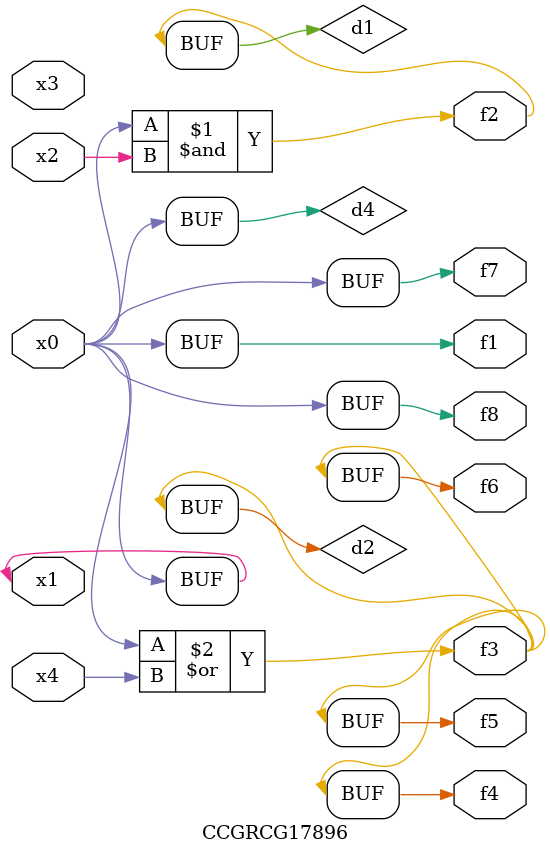
<source format=v>
module CCGRCG17896(
	input x0, x1, x2, x3, x4,
	output f1, f2, f3, f4, f5, f6, f7, f8
);

	wire d1, d2, d3, d4;

	and (d1, x0, x2);
	or (d2, x0, x4);
	nand (d3, x0, x2);
	buf (d4, x0, x1);
	assign f1 = d4;
	assign f2 = d1;
	assign f3 = d2;
	assign f4 = d2;
	assign f5 = d2;
	assign f6 = d2;
	assign f7 = d4;
	assign f8 = d4;
endmodule

</source>
